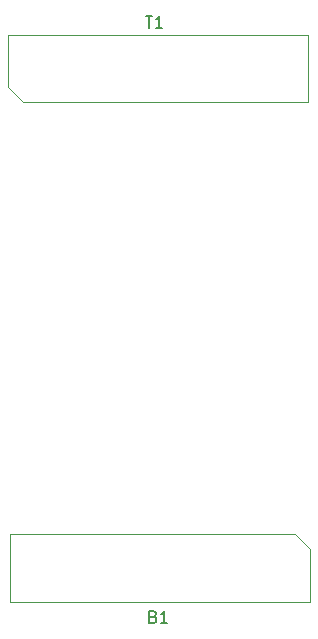
<source format=gbr>
G04 #@! TF.GenerationSoftware,KiCad,Pcbnew,(5.1.2)-2*
G04 #@! TF.CreationDate,2019-08-20T13:38:56-07:00*
G04 #@! TF.ProjectId,pcb_design,7063625f-6465-4736-9967-6e2e6b696361,rev?*
G04 #@! TF.SameCoordinates,Original*
G04 #@! TF.FileFunction,Legend,Top*
G04 #@! TF.FilePolarity,Positive*
%FSLAX46Y46*%
G04 Gerber Fmt 4.6, Leading zero omitted, Abs format (unit mm)*
G04 Created by KiCad (PCBNEW (5.1.2)-2) date 2019-08-20 13:38:56*
%MOMM*%
%LPD*%
G04 APERTURE LIST*
%ADD10C,0.120000*%
%ADD11C,0.150000*%
G04 APERTURE END LIST*
D10*
X152298800Y-66737199D02*
X152298800Y-66102199D01*
X128168800Y-66737199D02*
X152298800Y-66737199D01*
X126898800Y-65467199D02*
X128168800Y-66737199D01*
X126898800Y-61022199D02*
X126898800Y-65467199D01*
X127533800Y-61022199D02*
X126898800Y-61022199D01*
X152298800Y-61022199D02*
X152298800Y-66102199D01*
X127533800Y-61022199D02*
X152298800Y-61022199D01*
X127070000Y-103295000D02*
X127070000Y-103930000D01*
X151200000Y-103295000D02*
X127070000Y-103295000D01*
X152470000Y-104565000D02*
X151200000Y-103295000D01*
X152470000Y-109010000D02*
X152470000Y-104565000D01*
X151835000Y-109010000D02*
X152470000Y-109010000D01*
X127070000Y-109010000D02*
X127070000Y-103930000D01*
X151835000Y-109010000D02*
X127070000Y-109010000D01*
D11*
X138518095Y-59422380D02*
X139089523Y-59422380D01*
X138803809Y-60422380D02*
X138803809Y-59422380D01*
X139946666Y-60422380D02*
X139375238Y-60422380D01*
X139660952Y-60422380D02*
X139660952Y-59422380D01*
X139565714Y-59565238D01*
X139470476Y-59660476D01*
X139375238Y-59708095D01*
X139185238Y-110288571D02*
X139328095Y-110336190D01*
X139375714Y-110383809D01*
X139423333Y-110479047D01*
X139423333Y-110621904D01*
X139375714Y-110717142D01*
X139328095Y-110764761D01*
X139232857Y-110812380D01*
X138851904Y-110812380D01*
X138851904Y-109812380D01*
X139185238Y-109812380D01*
X139280476Y-109860000D01*
X139328095Y-109907619D01*
X139375714Y-110002857D01*
X139375714Y-110098095D01*
X139328095Y-110193333D01*
X139280476Y-110240952D01*
X139185238Y-110288571D01*
X138851904Y-110288571D01*
X140375714Y-110812380D02*
X139804285Y-110812380D01*
X140090000Y-110812380D02*
X140090000Y-109812380D01*
X139994761Y-109955238D01*
X139899523Y-110050476D01*
X139804285Y-110098095D01*
M02*

</source>
